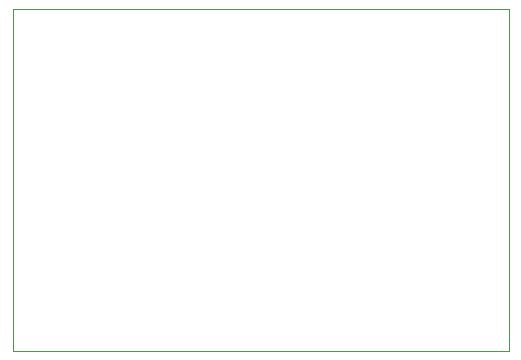
<source format=gm1>
%TF.GenerationSoftware,KiCad,Pcbnew,8.0.6-8.0.6-0~ubuntu20.04.1*%
%TF.CreationDate,2024-11-12T17:29:03+05:30*%
%TF.ProjectId,High_AMP_BLDC_Control,48696768-5f41-44d5-905f-424c44435f43,rev?*%
%TF.SameCoordinates,Original*%
%TF.FileFunction,Profile,NP*%
%FSLAX46Y46*%
G04 Gerber Fmt 4.6, Leading zero omitted, Abs format (unit mm)*
G04 Created by KiCad (PCBNEW 8.0.6-8.0.6-0~ubuntu20.04.1) date 2024-11-12 17:29:03*
%MOMM*%
%LPD*%
G01*
G04 APERTURE LIST*
%TA.AperFunction,Profile*%
%ADD10C,0.050000*%
%TD*%
G04 APERTURE END LIST*
D10*
X69000000Y-73000000D02*
X111000000Y-73000000D01*
X111000000Y-102000000D01*
X69000000Y-102000000D01*
X69000000Y-73000000D01*
M02*

</source>
